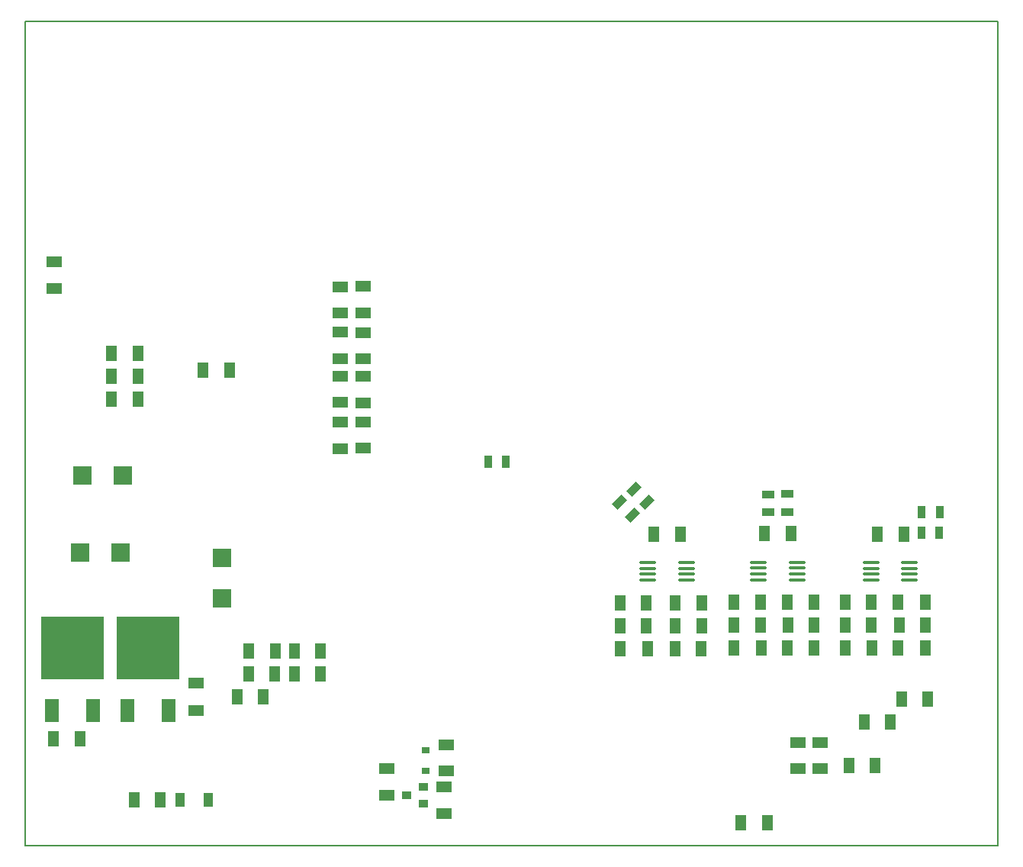
<source format=gbr>
G04 PROTEUS GERBER X2 FILE*
%TF.GenerationSoftware,Labcenter,Proteus,8.7-SP3-Build25561*%
%TF.CreationDate,2021-07-11T19:21:44+00:00*%
%TF.FileFunction,Paste,Bot*%
%TF.FilePolarity,Positive*%
%TF.Part,Single*%
%TF.SameCoordinates,{e2a5a0b5-523e-413d-a229-b9dd8a4e077c}*%
%FSLAX45Y45*%
%MOMM*%
G01*
%TA.AperFunction,Material*%
%ADD101R,1.803400X1.143000*%
%TA.AperFunction,Material*%
%ADD98R,6.985000X6.985000*%
%ADD99R,1.524000X2.540000*%
%TA.AperFunction,Material*%
%ADD106R,1.143000X1.803400*%
%AMPPAD078*
4,1,36,
0.901700,-0.025400,
0.901700,0.025400,
0.898160,0.061750,
0.887980,0.095370,
0.871810,0.125600,
0.850300,0.151800,
0.824110,0.173310,
0.793870,0.189480,
0.760250,0.199660,
0.723900,0.203200,
-0.723900,0.203200,
-0.760250,0.199660,
-0.793870,0.189480,
-0.824110,0.173310,
-0.850300,0.151800,
-0.871810,0.125600,
-0.887980,0.095370,
-0.898160,0.061750,
-0.901700,0.025400,
-0.901700,-0.025400,
-0.898160,-0.061750,
-0.887980,-0.095370,
-0.871810,-0.125600,
-0.850300,-0.151800,
-0.824110,-0.173310,
-0.793870,-0.189480,
-0.760250,-0.199660,
-0.723900,-0.203200,
0.723900,-0.203200,
0.760250,-0.199660,
0.793870,-0.189480,
0.824110,-0.173310,
0.850300,-0.151800,
0.871810,-0.125600,
0.887980,-0.095370,
0.898160,-0.061750,
0.901700,-0.025400,
0*%
%TA.AperFunction,Material*%
%ADD88PPAD078*%
%TA.AperFunction,Material*%
%ADD114R,1.016000X1.524000*%
%ADD115R,0.939800X1.447800*%
%TA.AperFunction,Material*%
%ADD111R,1.016000X0.889000*%
%TA.AperFunction,Material*%
%ADD116R,2.108200X2.108200*%
%ADD109R,0.889000X0.635000*%
%AMPPAD107*
4,1,4,
-0.179610,-0.844140,
-0.844140,-0.179610,
0.179610,0.844140,
0.844140,0.179610,
-0.179610,-0.844140,
0*%
%ADD117PPAD107*%
%ADD118R,1.447800X0.939800*%
%TA.AperFunction,Profile*%
%ADD39C,0.203200*%
%TD.AperFunction*%
D101*
X+2413000Y-716000D03*
X+2413000Y-1016000D03*
X+2413000Y-218000D03*
X+2413000Y-508000D03*
X+2667000Y-208000D03*
X+2667000Y-508000D03*
X+2667000Y-726000D03*
X+2667000Y-1016000D03*
D98*
X-553200Y-4224020D03*
D99*
X-324600Y-4914900D03*
X-781800Y-4914900D03*
D98*
X+285000Y-4224020D03*
D99*
X+513600Y-4914900D03*
X+56400Y-4914900D03*
D106*
X+173000Y-1460500D03*
X-127000Y-1460500D03*
X+173000Y-952500D03*
X-127000Y-952500D03*
X+173000Y-1206500D03*
X-127000Y-1206500D03*
X+889000Y-1143000D03*
X+1189000Y-1143000D03*
X-469100Y-5232400D03*
X-769100Y-5232400D03*
D101*
X+818400Y-4914900D03*
X+818400Y-4614900D03*
X+2667000Y-1206500D03*
X+2667000Y-1506500D03*
X+2413000Y-1714500D03*
X+2413000Y-2014500D03*
X+2667000Y-1714500D03*
X+2667000Y-2004500D03*
X+2413000Y-1206500D03*
X+2413000Y-1496500D03*
D88*
X+6259000Y-3273402D03*
X+6259000Y-3338402D03*
X+6259000Y-3403402D03*
X+6259000Y-3468402D03*
X+5829000Y-3468402D03*
X+5829000Y-3403402D03*
X+5829000Y-3338402D03*
X+5829000Y-3273402D03*
X+7486107Y-3273033D03*
X+7486107Y-3338033D03*
X+7486107Y-3403033D03*
X+7486107Y-3468033D03*
X+7056107Y-3468033D03*
X+7056107Y-3403033D03*
X+7056107Y-3338033D03*
X+7056107Y-3273033D03*
X+8735869Y-3274533D03*
X+8735869Y-3339533D03*
X+8735869Y-3404533D03*
X+8735869Y-3469533D03*
X+8305869Y-3469533D03*
X+8305869Y-3404533D03*
X+8305869Y-3339533D03*
X+8305869Y-3274533D03*
D106*
X+6195500Y-2957402D03*
X+5895500Y-2957402D03*
X+7422607Y-2957033D03*
X+7122607Y-2957033D03*
X+8672369Y-2958533D03*
X+8372369Y-2958533D03*
X+6432000Y-3719402D03*
X+6132000Y-3719402D03*
X+7676607Y-3719033D03*
X+7376607Y-3719033D03*
X+8908869Y-3719033D03*
X+8608869Y-3719033D03*
X+6432000Y-3973402D03*
X+6132000Y-3973402D03*
X+5824500Y-4227402D03*
X+5524500Y-4227402D03*
X+5524500Y-3719402D03*
X+5814500Y-3719402D03*
X+6422000Y-4227402D03*
X+6132000Y-4227402D03*
X+5814500Y-3973402D03*
X+5524500Y-3973402D03*
X+6787607Y-3719033D03*
X+7077607Y-3719033D03*
X+7676607Y-3973033D03*
X+7386607Y-3973033D03*
X+7077607Y-3973033D03*
X+6787607Y-3973033D03*
X+8019869Y-3719033D03*
X+8309869Y-3719033D03*
X+8908869Y-3973033D03*
X+8618869Y-3973033D03*
X+8309869Y-3973033D03*
X+8019869Y-3973033D03*
X+7087607Y-4227033D03*
X+6787607Y-4227033D03*
X+7676607Y-4227033D03*
X+7376607Y-4227033D03*
X+8319869Y-4227033D03*
X+8019869Y-4227033D03*
X+8908869Y-4227033D03*
X+8608869Y-4227033D03*
X+7158000Y-6159500D03*
X+6858000Y-6159500D03*
X+1697000Y-4254500D03*
X+1397000Y-4254500D03*
D101*
X-762000Y+63500D03*
X-762000Y-236500D03*
D114*
X+635000Y-5905500D03*
X+949960Y-5905500D03*
D106*
X+8064500Y-5524500D03*
X+8354500Y-5524500D03*
D101*
X+7493000Y-5270500D03*
X+7493000Y-5560500D03*
X+7737500Y-5560500D03*
X+7737500Y-5270500D03*
D106*
X+8643416Y-4793216D03*
X+8933416Y-4793216D03*
X+419100Y-5905500D03*
X+129100Y-5905500D03*
X+1905000Y-4508500D03*
X+2195000Y-4508500D03*
X+1905000Y-4254500D03*
X+2195000Y-4254500D03*
X+1397000Y-4508500D03*
X+1687000Y-4508500D03*
X+1560000Y-4762500D03*
X+1270000Y-4762500D03*
D115*
X+4054500Y-2159000D03*
X+4254500Y-2159000D03*
D101*
X+3589358Y-5587074D03*
X+3589358Y-5297074D03*
X+3568700Y-5767900D03*
X+3568700Y-6057900D03*
X+2933700Y-5854700D03*
X+2933700Y-5564700D03*
D111*
X+3149600Y-5859780D03*
X+3340100Y-5765800D03*
X+3340100Y-5953760D03*
D116*
X-19900Y-3162300D03*
X-469900Y-3162300D03*
X+5500Y-2311400D03*
X-444500Y-2311400D03*
X+1104900Y-3225800D03*
X+1104900Y-3675800D03*
D106*
X+8521700Y-5041900D03*
X+8231700Y-5041900D03*
D109*
X+3365500Y-5588897D03*
X+3365500Y-5353947D03*
D117*
X+5660311Y-2750411D03*
X+5518890Y-2608990D03*
X+5816600Y-2603500D03*
X+5675178Y-2462078D03*
D118*
X+7162800Y-2717800D03*
X+7162800Y-2517800D03*
X+7378700Y-2714600D03*
X+7378700Y-2514600D03*
D115*
X+8867800Y-2717800D03*
X+9067800Y-2717800D03*
X+8864600Y-2946400D03*
X+9064600Y-2946400D03*
D39*
X-1079500Y-6413500D02*
X+9715500Y-6413500D01*
X+9715500Y+2730500D01*
X-1079500Y+2730500D01*
X-1079500Y-6413500D01*
M02*

</source>
